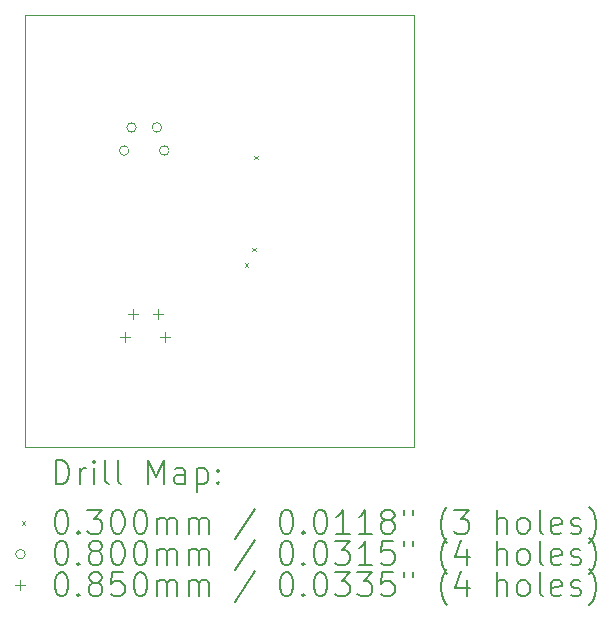
<source format=gbr>
<<<<<<< HEAD
%TF.GenerationSoftware,KiCad,Pcbnew,9.0.4*%
%TF.CreationDate,2025-10-29T22:07:29-04:00*%
=======
%TF.GenerationSoftware,KiCad,Pcbnew,9.0.5*%
%TF.CreationDate,2025-10-27T21:44:14-04:00*%
>>>>>>> 94e9d9a2ab222a4b9b90d4e70c500494e664c6e2
%TF.ProjectId,main_board_peripheral_v1,6d61696e-5f62-46f6-9172-645f70657269,rev?*%
%TF.SameCoordinates,Original*%
%TF.FileFunction,Drillmap*%
%TF.FilePolarity,Positive*%
%FSLAX45Y45*%
G04 Gerber Fmt 4.5, Leading zero omitted, Abs format (unit mm)*
<<<<<<< HEAD
G04 Created by KiCad (PCBNEW 9.0.4) date 2025-10-29 22:07:29*
=======
G04 Created by KiCad (PCBNEW 9.0.5) date 2025-10-27 21:44:14*
>>>>>>> 94e9d9a2ab222a4b9b90d4e70c500494e664c6e2
%MOMM*%
%LPD*%
G01*
G04 APERTURE LIST*
%ADD10C,0.050000*%
%ADD11C,0.200000*%
%ADD12C,0.100000*%
G04 APERTURE END LIST*
D10*
X10527500Y-5472500D02*
X13817500Y-5472500D01*
X13817500Y-9132500D01*
X10527500Y-9132500D01*
X10527500Y-5472500D01*
D11*
D12*
X12383750Y-7578750D02*
X12413750Y-7608750D01*
X12413750Y-7578750D02*
X12383750Y-7608750D01*
X12445000Y-7445000D02*
X12475000Y-7475000D01*
X12475000Y-7445000D02*
X12445000Y-7475000D01*
X12465000Y-6665000D02*
X12495000Y-6695000D01*
X12495000Y-6665000D02*
X12465000Y-6695000D01*
X11402500Y-6622500D02*
G75*
G02*
X11322500Y-6622500I-40000J0D01*
G01*
X11322500Y-6622500D02*
G75*
G02*
X11402500Y-6622500I40000J0D01*
G01*
X11465000Y-6427500D02*
G75*
G02*
X11385000Y-6427500I-40000J0D01*
G01*
X11385000Y-6427500D02*
G75*
G02*
X11465000Y-6427500I40000J0D01*
G01*
X11680000Y-6427500D02*
G75*
G02*
X11600000Y-6427500I-40000J0D01*
G01*
X11600000Y-6427500D02*
G75*
G02*
X11680000Y-6427500I40000J0D01*
G01*
X11742500Y-6622500D02*
G75*
G02*
X11662500Y-6622500I-40000J0D01*
G01*
X11662500Y-6622500D02*
G75*
G02*
X11742500Y-6622500I40000J0D01*
G01*
X11372500Y-8162500D02*
X11372500Y-8247500D01*
X11330000Y-8205000D02*
X11415000Y-8205000D01*
X11435000Y-7967500D02*
X11435000Y-8052500D01*
X11392500Y-8010000D02*
X11477500Y-8010000D01*
X11650000Y-7967500D02*
X11650000Y-8052500D01*
X11607500Y-8010000D02*
X11692500Y-8010000D01*
X11712500Y-8162500D02*
X11712500Y-8247500D01*
X11670000Y-8205000D02*
X11755000Y-8205000D01*
D11*
X10785777Y-9446484D02*
X10785777Y-9246484D01*
X10785777Y-9246484D02*
X10833396Y-9246484D01*
X10833396Y-9246484D02*
X10861967Y-9256008D01*
X10861967Y-9256008D02*
X10881015Y-9275055D01*
X10881015Y-9275055D02*
X10890539Y-9294103D01*
X10890539Y-9294103D02*
X10900063Y-9332198D01*
X10900063Y-9332198D02*
X10900063Y-9360770D01*
X10900063Y-9360770D02*
X10890539Y-9398865D01*
X10890539Y-9398865D02*
X10881015Y-9417912D01*
X10881015Y-9417912D02*
X10861967Y-9436960D01*
X10861967Y-9436960D02*
X10833396Y-9446484D01*
X10833396Y-9446484D02*
X10785777Y-9446484D01*
X10985777Y-9446484D02*
X10985777Y-9313150D01*
X10985777Y-9351246D02*
X10995301Y-9332198D01*
X10995301Y-9332198D02*
X11004824Y-9322674D01*
X11004824Y-9322674D02*
X11023872Y-9313150D01*
X11023872Y-9313150D02*
X11042920Y-9313150D01*
X11109586Y-9446484D02*
X11109586Y-9313150D01*
X11109586Y-9246484D02*
X11100063Y-9256008D01*
X11100063Y-9256008D02*
X11109586Y-9265531D01*
X11109586Y-9265531D02*
X11119110Y-9256008D01*
X11119110Y-9256008D02*
X11109586Y-9246484D01*
X11109586Y-9246484D02*
X11109586Y-9265531D01*
X11233396Y-9446484D02*
X11214348Y-9436960D01*
X11214348Y-9436960D02*
X11204824Y-9417912D01*
X11204824Y-9417912D02*
X11204824Y-9246484D01*
X11338158Y-9446484D02*
X11319110Y-9436960D01*
X11319110Y-9436960D02*
X11309586Y-9417912D01*
X11309586Y-9417912D02*
X11309586Y-9246484D01*
X11566729Y-9446484D02*
X11566729Y-9246484D01*
X11566729Y-9246484D02*
X11633396Y-9389341D01*
X11633396Y-9389341D02*
X11700062Y-9246484D01*
X11700062Y-9246484D02*
X11700062Y-9446484D01*
X11881015Y-9446484D02*
X11881015Y-9341722D01*
X11881015Y-9341722D02*
X11871491Y-9322674D01*
X11871491Y-9322674D02*
X11852443Y-9313150D01*
X11852443Y-9313150D02*
X11814348Y-9313150D01*
X11814348Y-9313150D02*
X11795301Y-9322674D01*
X11881015Y-9436960D02*
X11861967Y-9446484D01*
X11861967Y-9446484D02*
X11814348Y-9446484D01*
X11814348Y-9446484D02*
X11795301Y-9436960D01*
X11795301Y-9436960D02*
X11785777Y-9417912D01*
X11785777Y-9417912D02*
X11785777Y-9398865D01*
X11785777Y-9398865D02*
X11795301Y-9379817D01*
X11795301Y-9379817D02*
X11814348Y-9370293D01*
X11814348Y-9370293D02*
X11861967Y-9370293D01*
X11861967Y-9370293D02*
X11881015Y-9360770D01*
X11976253Y-9313150D02*
X11976253Y-9513150D01*
X11976253Y-9322674D02*
X11995301Y-9313150D01*
X11995301Y-9313150D02*
X12033396Y-9313150D01*
X12033396Y-9313150D02*
X12052443Y-9322674D01*
X12052443Y-9322674D02*
X12061967Y-9332198D01*
X12061967Y-9332198D02*
X12071491Y-9351246D01*
X12071491Y-9351246D02*
X12071491Y-9408389D01*
X12071491Y-9408389D02*
X12061967Y-9427436D01*
X12061967Y-9427436D02*
X12052443Y-9436960D01*
X12052443Y-9436960D02*
X12033396Y-9446484D01*
X12033396Y-9446484D02*
X11995301Y-9446484D01*
X11995301Y-9446484D02*
X11976253Y-9436960D01*
X12157205Y-9427436D02*
X12166729Y-9436960D01*
X12166729Y-9436960D02*
X12157205Y-9446484D01*
X12157205Y-9446484D02*
X12147682Y-9436960D01*
X12147682Y-9436960D02*
X12157205Y-9427436D01*
X12157205Y-9427436D02*
X12157205Y-9446484D01*
X12157205Y-9322674D02*
X12166729Y-9332198D01*
X12166729Y-9332198D02*
X12157205Y-9341722D01*
X12157205Y-9341722D02*
X12147682Y-9332198D01*
X12147682Y-9332198D02*
X12157205Y-9322674D01*
X12157205Y-9322674D02*
X12157205Y-9341722D01*
D12*
X10495000Y-9760000D02*
X10525000Y-9790000D01*
X10525000Y-9760000D02*
X10495000Y-9790000D01*
D11*
X10823872Y-9666484D02*
X10842920Y-9666484D01*
X10842920Y-9666484D02*
X10861967Y-9676008D01*
X10861967Y-9676008D02*
X10871491Y-9685531D01*
X10871491Y-9685531D02*
X10881015Y-9704579D01*
X10881015Y-9704579D02*
X10890539Y-9742674D01*
X10890539Y-9742674D02*
X10890539Y-9790293D01*
X10890539Y-9790293D02*
X10881015Y-9828389D01*
X10881015Y-9828389D02*
X10871491Y-9847436D01*
X10871491Y-9847436D02*
X10861967Y-9856960D01*
X10861967Y-9856960D02*
X10842920Y-9866484D01*
X10842920Y-9866484D02*
X10823872Y-9866484D01*
X10823872Y-9866484D02*
X10804824Y-9856960D01*
X10804824Y-9856960D02*
X10795301Y-9847436D01*
X10795301Y-9847436D02*
X10785777Y-9828389D01*
X10785777Y-9828389D02*
X10776253Y-9790293D01*
X10776253Y-9790293D02*
X10776253Y-9742674D01*
X10776253Y-9742674D02*
X10785777Y-9704579D01*
X10785777Y-9704579D02*
X10795301Y-9685531D01*
X10795301Y-9685531D02*
X10804824Y-9676008D01*
X10804824Y-9676008D02*
X10823872Y-9666484D01*
X10976253Y-9847436D02*
X10985777Y-9856960D01*
X10985777Y-9856960D02*
X10976253Y-9866484D01*
X10976253Y-9866484D02*
X10966729Y-9856960D01*
X10966729Y-9856960D02*
X10976253Y-9847436D01*
X10976253Y-9847436D02*
X10976253Y-9866484D01*
X11052444Y-9666484D02*
X11176253Y-9666484D01*
X11176253Y-9666484D02*
X11109586Y-9742674D01*
X11109586Y-9742674D02*
X11138158Y-9742674D01*
X11138158Y-9742674D02*
X11157205Y-9752198D01*
X11157205Y-9752198D02*
X11166729Y-9761722D01*
X11166729Y-9761722D02*
X11176253Y-9780770D01*
X11176253Y-9780770D02*
X11176253Y-9828389D01*
X11176253Y-9828389D02*
X11166729Y-9847436D01*
X11166729Y-9847436D02*
X11157205Y-9856960D01*
X11157205Y-9856960D02*
X11138158Y-9866484D01*
X11138158Y-9866484D02*
X11081015Y-9866484D01*
X11081015Y-9866484D02*
X11061967Y-9856960D01*
X11061967Y-9856960D02*
X11052444Y-9847436D01*
X11300062Y-9666484D02*
X11319110Y-9666484D01*
X11319110Y-9666484D02*
X11338158Y-9676008D01*
X11338158Y-9676008D02*
X11347682Y-9685531D01*
X11347682Y-9685531D02*
X11357205Y-9704579D01*
X11357205Y-9704579D02*
X11366729Y-9742674D01*
X11366729Y-9742674D02*
X11366729Y-9790293D01*
X11366729Y-9790293D02*
X11357205Y-9828389D01*
X11357205Y-9828389D02*
X11347682Y-9847436D01*
X11347682Y-9847436D02*
X11338158Y-9856960D01*
X11338158Y-9856960D02*
X11319110Y-9866484D01*
X11319110Y-9866484D02*
X11300062Y-9866484D01*
X11300062Y-9866484D02*
X11281015Y-9856960D01*
X11281015Y-9856960D02*
X11271491Y-9847436D01*
X11271491Y-9847436D02*
X11261967Y-9828389D01*
X11261967Y-9828389D02*
X11252443Y-9790293D01*
X11252443Y-9790293D02*
X11252443Y-9742674D01*
X11252443Y-9742674D02*
X11261967Y-9704579D01*
X11261967Y-9704579D02*
X11271491Y-9685531D01*
X11271491Y-9685531D02*
X11281015Y-9676008D01*
X11281015Y-9676008D02*
X11300062Y-9666484D01*
X11490539Y-9666484D02*
X11509586Y-9666484D01*
X11509586Y-9666484D02*
X11528634Y-9676008D01*
X11528634Y-9676008D02*
X11538158Y-9685531D01*
X11538158Y-9685531D02*
X11547682Y-9704579D01*
X11547682Y-9704579D02*
X11557205Y-9742674D01*
X11557205Y-9742674D02*
X11557205Y-9790293D01*
X11557205Y-9790293D02*
X11547682Y-9828389D01*
X11547682Y-9828389D02*
X11538158Y-9847436D01*
X11538158Y-9847436D02*
X11528634Y-9856960D01*
X11528634Y-9856960D02*
X11509586Y-9866484D01*
X11509586Y-9866484D02*
X11490539Y-9866484D01*
X11490539Y-9866484D02*
X11471491Y-9856960D01*
X11471491Y-9856960D02*
X11461967Y-9847436D01*
X11461967Y-9847436D02*
X11452443Y-9828389D01*
X11452443Y-9828389D02*
X11442920Y-9790293D01*
X11442920Y-9790293D02*
X11442920Y-9742674D01*
X11442920Y-9742674D02*
X11452443Y-9704579D01*
X11452443Y-9704579D02*
X11461967Y-9685531D01*
X11461967Y-9685531D02*
X11471491Y-9676008D01*
X11471491Y-9676008D02*
X11490539Y-9666484D01*
X11642920Y-9866484D02*
X11642920Y-9733150D01*
X11642920Y-9752198D02*
X11652443Y-9742674D01*
X11652443Y-9742674D02*
X11671491Y-9733150D01*
X11671491Y-9733150D02*
X11700063Y-9733150D01*
X11700063Y-9733150D02*
X11719110Y-9742674D01*
X11719110Y-9742674D02*
X11728634Y-9761722D01*
X11728634Y-9761722D02*
X11728634Y-9866484D01*
X11728634Y-9761722D02*
X11738158Y-9742674D01*
X11738158Y-9742674D02*
X11757205Y-9733150D01*
X11757205Y-9733150D02*
X11785777Y-9733150D01*
X11785777Y-9733150D02*
X11804824Y-9742674D01*
X11804824Y-9742674D02*
X11814348Y-9761722D01*
X11814348Y-9761722D02*
X11814348Y-9866484D01*
X11909586Y-9866484D02*
X11909586Y-9733150D01*
X11909586Y-9752198D02*
X11919110Y-9742674D01*
X11919110Y-9742674D02*
X11938158Y-9733150D01*
X11938158Y-9733150D02*
X11966729Y-9733150D01*
X11966729Y-9733150D02*
X11985777Y-9742674D01*
X11985777Y-9742674D02*
X11995301Y-9761722D01*
X11995301Y-9761722D02*
X11995301Y-9866484D01*
X11995301Y-9761722D02*
X12004824Y-9742674D01*
X12004824Y-9742674D02*
X12023872Y-9733150D01*
X12023872Y-9733150D02*
X12052443Y-9733150D01*
X12052443Y-9733150D02*
X12071491Y-9742674D01*
X12071491Y-9742674D02*
X12081015Y-9761722D01*
X12081015Y-9761722D02*
X12081015Y-9866484D01*
X12471491Y-9656960D02*
X12300063Y-9914103D01*
X12728634Y-9666484D02*
X12747682Y-9666484D01*
X12747682Y-9666484D02*
X12766729Y-9676008D01*
X12766729Y-9676008D02*
X12776253Y-9685531D01*
X12776253Y-9685531D02*
X12785777Y-9704579D01*
X12785777Y-9704579D02*
X12795301Y-9742674D01*
X12795301Y-9742674D02*
X12795301Y-9790293D01*
X12795301Y-9790293D02*
X12785777Y-9828389D01*
X12785777Y-9828389D02*
X12776253Y-9847436D01*
X12776253Y-9847436D02*
X12766729Y-9856960D01*
X12766729Y-9856960D02*
X12747682Y-9866484D01*
X12747682Y-9866484D02*
X12728634Y-9866484D01*
X12728634Y-9866484D02*
X12709586Y-9856960D01*
X12709586Y-9856960D02*
X12700063Y-9847436D01*
X12700063Y-9847436D02*
X12690539Y-9828389D01*
X12690539Y-9828389D02*
X12681015Y-9790293D01*
X12681015Y-9790293D02*
X12681015Y-9742674D01*
X12681015Y-9742674D02*
X12690539Y-9704579D01*
X12690539Y-9704579D02*
X12700063Y-9685531D01*
X12700063Y-9685531D02*
X12709586Y-9676008D01*
X12709586Y-9676008D02*
X12728634Y-9666484D01*
X12881015Y-9847436D02*
X12890539Y-9856960D01*
X12890539Y-9856960D02*
X12881015Y-9866484D01*
X12881015Y-9866484D02*
X12871491Y-9856960D01*
X12871491Y-9856960D02*
X12881015Y-9847436D01*
X12881015Y-9847436D02*
X12881015Y-9866484D01*
X13014348Y-9666484D02*
X13033396Y-9666484D01*
X13033396Y-9666484D02*
X13052444Y-9676008D01*
X13052444Y-9676008D02*
X13061967Y-9685531D01*
X13061967Y-9685531D02*
X13071491Y-9704579D01*
X13071491Y-9704579D02*
X13081015Y-9742674D01*
X13081015Y-9742674D02*
X13081015Y-9790293D01*
X13081015Y-9790293D02*
X13071491Y-9828389D01*
X13071491Y-9828389D02*
X13061967Y-9847436D01*
X13061967Y-9847436D02*
X13052444Y-9856960D01*
X13052444Y-9856960D02*
X13033396Y-9866484D01*
X13033396Y-9866484D02*
X13014348Y-9866484D01*
X13014348Y-9866484D02*
X12995301Y-9856960D01*
X12995301Y-9856960D02*
X12985777Y-9847436D01*
X12985777Y-9847436D02*
X12976253Y-9828389D01*
X12976253Y-9828389D02*
X12966729Y-9790293D01*
X12966729Y-9790293D02*
X12966729Y-9742674D01*
X12966729Y-9742674D02*
X12976253Y-9704579D01*
X12976253Y-9704579D02*
X12985777Y-9685531D01*
X12985777Y-9685531D02*
X12995301Y-9676008D01*
X12995301Y-9676008D02*
X13014348Y-9666484D01*
X13271491Y-9866484D02*
X13157206Y-9866484D01*
X13214348Y-9866484D02*
X13214348Y-9666484D01*
X13214348Y-9666484D02*
X13195301Y-9695055D01*
X13195301Y-9695055D02*
X13176253Y-9714103D01*
X13176253Y-9714103D02*
X13157206Y-9723627D01*
X13461967Y-9866484D02*
X13347682Y-9866484D01*
X13404825Y-9866484D02*
X13404825Y-9666484D01*
X13404825Y-9666484D02*
X13385777Y-9695055D01*
X13385777Y-9695055D02*
X13366729Y-9714103D01*
X13366729Y-9714103D02*
X13347682Y-9723627D01*
X13576253Y-9752198D02*
X13557206Y-9742674D01*
X13557206Y-9742674D02*
X13547682Y-9733150D01*
X13547682Y-9733150D02*
X13538158Y-9714103D01*
X13538158Y-9714103D02*
X13538158Y-9704579D01*
X13538158Y-9704579D02*
X13547682Y-9685531D01*
X13547682Y-9685531D02*
X13557206Y-9676008D01*
X13557206Y-9676008D02*
X13576253Y-9666484D01*
X13576253Y-9666484D02*
X13614348Y-9666484D01*
X13614348Y-9666484D02*
X13633396Y-9676008D01*
X13633396Y-9676008D02*
X13642920Y-9685531D01*
X13642920Y-9685531D02*
X13652444Y-9704579D01*
X13652444Y-9704579D02*
X13652444Y-9714103D01*
X13652444Y-9714103D02*
X13642920Y-9733150D01*
X13642920Y-9733150D02*
X13633396Y-9742674D01*
X13633396Y-9742674D02*
X13614348Y-9752198D01*
X13614348Y-9752198D02*
X13576253Y-9752198D01*
X13576253Y-9752198D02*
X13557206Y-9761722D01*
X13557206Y-9761722D02*
X13547682Y-9771246D01*
X13547682Y-9771246D02*
X13538158Y-9790293D01*
X13538158Y-9790293D02*
X13538158Y-9828389D01*
X13538158Y-9828389D02*
X13547682Y-9847436D01*
X13547682Y-9847436D02*
X13557206Y-9856960D01*
X13557206Y-9856960D02*
X13576253Y-9866484D01*
X13576253Y-9866484D02*
X13614348Y-9866484D01*
X13614348Y-9866484D02*
X13633396Y-9856960D01*
X13633396Y-9856960D02*
X13642920Y-9847436D01*
X13642920Y-9847436D02*
X13652444Y-9828389D01*
X13652444Y-9828389D02*
X13652444Y-9790293D01*
X13652444Y-9790293D02*
X13642920Y-9771246D01*
X13642920Y-9771246D02*
X13633396Y-9761722D01*
X13633396Y-9761722D02*
X13614348Y-9752198D01*
X13728634Y-9666484D02*
X13728634Y-9704579D01*
X13804825Y-9666484D02*
X13804825Y-9704579D01*
X14100063Y-9942674D02*
X14090539Y-9933150D01*
X14090539Y-9933150D02*
X14071491Y-9904579D01*
X14071491Y-9904579D02*
X14061968Y-9885531D01*
X14061968Y-9885531D02*
X14052444Y-9856960D01*
X14052444Y-9856960D02*
X14042920Y-9809341D01*
X14042920Y-9809341D02*
X14042920Y-9771246D01*
X14042920Y-9771246D02*
X14052444Y-9723627D01*
X14052444Y-9723627D02*
X14061968Y-9695055D01*
X14061968Y-9695055D02*
X14071491Y-9676008D01*
X14071491Y-9676008D02*
X14090539Y-9647436D01*
X14090539Y-9647436D02*
X14100063Y-9637912D01*
X14157206Y-9666484D02*
X14281015Y-9666484D01*
X14281015Y-9666484D02*
X14214348Y-9742674D01*
X14214348Y-9742674D02*
X14242920Y-9742674D01*
X14242920Y-9742674D02*
X14261968Y-9752198D01*
X14261968Y-9752198D02*
X14271491Y-9761722D01*
X14271491Y-9761722D02*
X14281015Y-9780770D01*
X14281015Y-9780770D02*
X14281015Y-9828389D01*
X14281015Y-9828389D02*
X14271491Y-9847436D01*
X14271491Y-9847436D02*
X14261968Y-9856960D01*
X14261968Y-9856960D02*
X14242920Y-9866484D01*
X14242920Y-9866484D02*
X14185777Y-9866484D01*
X14185777Y-9866484D02*
X14166729Y-9856960D01*
X14166729Y-9856960D02*
X14157206Y-9847436D01*
X14519110Y-9866484D02*
X14519110Y-9666484D01*
X14604825Y-9866484D02*
X14604825Y-9761722D01*
X14604825Y-9761722D02*
X14595301Y-9742674D01*
X14595301Y-9742674D02*
X14576253Y-9733150D01*
X14576253Y-9733150D02*
X14547682Y-9733150D01*
X14547682Y-9733150D02*
X14528634Y-9742674D01*
X14528634Y-9742674D02*
X14519110Y-9752198D01*
X14728634Y-9866484D02*
X14709587Y-9856960D01*
X14709587Y-9856960D02*
X14700063Y-9847436D01*
X14700063Y-9847436D02*
X14690539Y-9828389D01*
X14690539Y-9828389D02*
X14690539Y-9771246D01*
X14690539Y-9771246D02*
X14700063Y-9752198D01*
X14700063Y-9752198D02*
X14709587Y-9742674D01*
X14709587Y-9742674D02*
X14728634Y-9733150D01*
X14728634Y-9733150D02*
X14757206Y-9733150D01*
X14757206Y-9733150D02*
X14776253Y-9742674D01*
X14776253Y-9742674D02*
X14785777Y-9752198D01*
X14785777Y-9752198D02*
X14795301Y-9771246D01*
X14795301Y-9771246D02*
X14795301Y-9828389D01*
X14795301Y-9828389D02*
X14785777Y-9847436D01*
X14785777Y-9847436D02*
X14776253Y-9856960D01*
X14776253Y-9856960D02*
X14757206Y-9866484D01*
X14757206Y-9866484D02*
X14728634Y-9866484D01*
X14909587Y-9866484D02*
X14890539Y-9856960D01*
X14890539Y-9856960D02*
X14881015Y-9837912D01*
X14881015Y-9837912D02*
X14881015Y-9666484D01*
X15061968Y-9856960D02*
X15042920Y-9866484D01*
X15042920Y-9866484D02*
X15004825Y-9866484D01*
X15004825Y-9866484D02*
X14985777Y-9856960D01*
X14985777Y-9856960D02*
X14976253Y-9837912D01*
X14976253Y-9837912D02*
X14976253Y-9761722D01*
X14976253Y-9761722D02*
X14985777Y-9742674D01*
X14985777Y-9742674D02*
X15004825Y-9733150D01*
X15004825Y-9733150D02*
X15042920Y-9733150D01*
X15042920Y-9733150D02*
X15061968Y-9742674D01*
X15061968Y-9742674D02*
X15071491Y-9761722D01*
X15071491Y-9761722D02*
X15071491Y-9780770D01*
X15071491Y-9780770D02*
X14976253Y-9799817D01*
X15147682Y-9856960D02*
X15166730Y-9866484D01*
X15166730Y-9866484D02*
X15204825Y-9866484D01*
X15204825Y-9866484D02*
X15223872Y-9856960D01*
X15223872Y-9856960D02*
X15233396Y-9837912D01*
X15233396Y-9837912D02*
X15233396Y-9828389D01*
X15233396Y-9828389D02*
X15223872Y-9809341D01*
X15223872Y-9809341D02*
X15204825Y-9799817D01*
X15204825Y-9799817D02*
X15176253Y-9799817D01*
X15176253Y-9799817D02*
X15157206Y-9790293D01*
X15157206Y-9790293D02*
X15147682Y-9771246D01*
X15147682Y-9771246D02*
X15147682Y-9761722D01*
X15147682Y-9761722D02*
X15157206Y-9742674D01*
X15157206Y-9742674D02*
X15176253Y-9733150D01*
X15176253Y-9733150D02*
X15204825Y-9733150D01*
X15204825Y-9733150D02*
X15223872Y-9742674D01*
X15300063Y-9942674D02*
X15309587Y-9933150D01*
X15309587Y-9933150D02*
X15328634Y-9904579D01*
X15328634Y-9904579D02*
X15338158Y-9885531D01*
X15338158Y-9885531D02*
X15347682Y-9856960D01*
X15347682Y-9856960D02*
X15357206Y-9809341D01*
X15357206Y-9809341D02*
X15357206Y-9771246D01*
X15357206Y-9771246D02*
X15347682Y-9723627D01*
X15347682Y-9723627D02*
X15338158Y-9695055D01*
X15338158Y-9695055D02*
X15328634Y-9676008D01*
X15328634Y-9676008D02*
X15309587Y-9647436D01*
X15309587Y-9647436D02*
X15300063Y-9637912D01*
D12*
X10525000Y-10039000D02*
G75*
G02*
X10445000Y-10039000I-40000J0D01*
G01*
X10445000Y-10039000D02*
G75*
G02*
X10525000Y-10039000I40000J0D01*
G01*
D11*
X10823872Y-9930484D02*
X10842920Y-9930484D01*
X10842920Y-9930484D02*
X10861967Y-9940008D01*
X10861967Y-9940008D02*
X10871491Y-9949531D01*
X10871491Y-9949531D02*
X10881015Y-9968579D01*
X10881015Y-9968579D02*
X10890539Y-10006674D01*
X10890539Y-10006674D02*
X10890539Y-10054293D01*
X10890539Y-10054293D02*
X10881015Y-10092389D01*
X10881015Y-10092389D02*
X10871491Y-10111436D01*
X10871491Y-10111436D02*
X10861967Y-10120960D01*
X10861967Y-10120960D02*
X10842920Y-10130484D01*
X10842920Y-10130484D02*
X10823872Y-10130484D01*
X10823872Y-10130484D02*
X10804824Y-10120960D01*
X10804824Y-10120960D02*
X10795301Y-10111436D01*
X10795301Y-10111436D02*
X10785777Y-10092389D01*
X10785777Y-10092389D02*
X10776253Y-10054293D01*
X10776253Y-10054293D02*
X10776253Y-10006674D01*
X10776253Y-10006674D02*
X10785777Y-9968579D01*
X10785777Y-9968579D02*
X10795301Y-9949531D01*
X10795301Y-9949531D02*
X10804824Y-9940008D01*
X10804824Y-9940008D02*
X10823872Y-9930484D01*
X10976253Y-10111436D02*
X10985777Y-10120960D01*
X10985777Y-10120960D02*
X10976253Y-10130484D01*
X10976253Y-10130484D02*
X10966729Y-10120960D01*
X10966729Y-10120960D02*
X10976253Y-10111436D01*
X10976253Y-10111436D02*
X10976253Y-10130484D01*
X11100063Y-10016198D02*
X11081015Y-10006674D01*
X11081015Y-10006674D02*
X11071491Y-9997150D01*
X11071491Y-9997150D02*
X11061967Y-9978103D01*
X11061967Y-9978103D02*
X11061967Y-9968579D01*
X11061967Y-9968579D02*
X11071491Y-9949531D01*
X11071491Y-9949531D02*
X11081015Y-9940008D01*
X11081015Y-9940008D02*
X11100063Y-9930484D01*
X11100063Y-9930484D02*
X11138158Y-9930484D01*
X11138158Y-9930484D02*
X11157205Y-9940008D01*
X11157205Y-9940008D02*
X11166729Y-9949531D01*
X11166729Y-9949531D02*
X11176253Y-9968579D01*
X11176253Y-9968579D02*
X11176253Y-9978103D01*
X11176253Y-9978103D02*
X11166729Y-9997150D01*
X11166729Y-9997150D02*
X11157205Y-10006674D01*
X11157205Y-10006674D02*
X11138158Y-10016198D01*
X11138158Y-10016198D02*
X11100063Y-10016198D01*
X11100063Y-10016198D02*
X11081015Y-10025722D01*
X11081015Y-10025722D02*
X11071491Y-10035246D01*
X11071491Y-10035246D02*
X11061967Y-10054293D01*
X11061967Y-10054293D02*
X11061967Y-10092389D01*
X11061967Y-10092389D02*
X11071491Y-10111436D01*
X11071491Y-10111436D02*
X11081015Y-10120960D01*
X11081015Y-10120960D02*
X11100063Y-10130484D01*
X11100063Y-10130484D02*
X11138158Y-10130484D01*
X11138158Y-10130484D02*
X11157205Y-10120960D01*
X11157205Y-10120960D02*
X11166729Y-10111436D01*
X11166729Y-10111436D02*
X11176253Y-10092389D01*
X11176253Y-10092389D02*
X11176253Y-10054293D01*
X11176253Y-10054293D02*
X11166729Y-10035246D01*
X11166729Y-10035246D02*
X11157205Y-10025722D01*
X11157205Y-10025722D02*
X11138158Y-10016198D01*
X11300062Y-9930484D02*
X11319110Y-9930484D01*
X11319110Y-9930484D02*
X11338158Y-9940008D01*
X11338158Y-9940008D02*
X11347682Y-9949531D01*
X11347682Y-9949531D02*
X11357205Y-9968579D01*
X11357205Y-9968579D02*
X11366729Y-10006674D01*
X11366729Y-10006674D02*
X11366729Y-10054293D01*
X11366729Y-10054293D02*
X11357205Y-10092389D01*
X11357205Y-10092389D02*
X11347682Y-10111436D01*
X11347682Y-10111436D02*
X11338158Y-10120960D01*
X11338158Y-10120960D02*
X11319110Y-10130484D01*
X11319110Y-10130484D02*
X11300062Y-10130484D01*
X11300062Y-10130484D02*
X11281015Y-10120960D01*
X11281015Y-10120960D02*
X11271491Y-10111436D01*
X11271491Y-10111436D02*
X11261967Y-10092389D01*
X11261967Y-10092389D02*
X11252443Y-10054293D01*
X11252443Y-10054293D02*
X11252443Y-10006674D01*
X11252443Y-10006674D02*
X11261967Y-9968579D01*
X11261967Y-9968579D02*
X11271491Y-9949531D01*
X11271491Y-9949531D02*
X11281015Y-9940008D01*
X11281015Y-9940008D02*
X11300062Y-9930484D01*
X11490539Y-9930484D02*
X11509586Y-9930484D01*
X11509586Y-9930484D02*
X11528634Y-9940008D01*
X11528634Y-9940008D02*
X11538158Y-9949531D01*
X11538158Y-9949531D02*
X11547682Y-9968579D01*
X11547682Y-9968579D02*
X11557205Y-10006674D01*
X11557205Y-10006674D02*
X11557205Y-10054293D01*
X11557205Y-10054293D02*
X11547682Y-10092389D01*
X11547682Y-10092389D02*
X11538158Y-10111436D01*
X11538158Y-10111436D02*
X11528634Y-10120960D01*
X11528634Y-10120960D02*
X11509586Y-10130484D01*
X11509586Y-10130484D02*
X11490539Y-10130484D01*
X11490539Y-10130484D02*
X11471491Y-10120960D01*
X11471491Y-10120960D02*
X11461967Y-10111436D01*
X11461967Y-10111436D02*
X11452443Y-10092389D01*
X11452443Y-10092389D02*
X11442920Y-10054293D01*
X11442920Y-10054293D02*
X11442920Y-10006674D01*
X11442920Y-10006674D02*
X11452443Y-9968579D01*
X11452443Y-9968579D02*
X11461967Y-9949531D01*
X11461967Y-9949531D02*
X11471491Y-9940008D01*
X11471491Y-9940008D02*
X11490539Y-9930484D01*
X11642920Y-10130484D02*
X11642920Y-9997150D01*
X11642920Y-10016198D02*
X11652443Y-10006674D01*
X11652443Y-10006674D02*
X11671491Y-9997150D01*
X11671491Y-9997150D02*
X11700063Y-9997150D01*
X11700063Y-9997150D02*
X11719110Y-10006674D01*
X11719110Y-10006674D02*
X11728634Y-10025722D01*
X11728634Y-10025722D02*
X11728634Y-10130484D01*
X11728634Y-10025722D02*
X11738158Y-10006674D01*
X11738158Y-10006674D02*
X11757205Y-9997150D01*
X11757205Y-9997150D02*
X11785777Y-9997150D01*
X11785777Y-9997150D02*
X11804824Y-10006674D01*
X11804824Y-10006674D02*
X11814348Y-10025722D01*
X11814348Y-10025722D02*
X11814348Y-10130484D01*
X11909586Y-10130484D02*
X11909586Y-9997150D01*
X11909586Y-10016198D02*
X11919110Y-10006674D01*
X11919110Y-10006674D02*
X11938158Y-9997150D01*
X11938158Y-9997150D02*
X11966729Y-9997150D01*
X11966729Y-9997150D02*
X11985777Y-10006674D01*
X11985777Y-10006674D02*
X11995301Y-10025722D01*
X11995301Y-10025722D02*
X11995301Y-10130484D01*
X11995301Y-10025722D02*
X12004824Y-10006674D01*
X12004824Y-10006674D02*
X12023872Y-9997150D01*
X12023872Y-9997150D02*
X12052443Y-9997150D01*
X12052443Y-9997150D02*
X12071491Y-10006674D01*
X12071491Y-10006674D02*
X12081015Y-10025722D01*
X12081015Y-10025722D02*
X12081015Y-10130484D01*
X12471491Y-9920960D02*
X12300063Y-10178103D01*
X12728634Y-9930484D02*
X12747682Y-9930484D01*
X12747682Y-9930484D02*
X12766729Y-9940008D01*
X12766729Y-9940008D02*
X12776253Y-9949531D01*
X12776253Y-9949531D02*
X12785777Y-9968579D01*
X12785777Y-9968579D02*
X12795301Y-10006674D01*
X12795301Y-10006674D02*
X12795301Y-10054293D01*
X12795301Y-10054293D02*
X12785777Y-10092389D01*
X12785777Y-10092389D02*
X12776253Y-10111436D01*
X12776253Y-10111436D02*
X12766729Y-10120960D01*
X12766729Y-10120960D02*
X12747682Y-10130484D01*
X12747682Y-10130484D02*
X12728634Y-10130484D01*
X12728634Y-10130484D02*
X12709586Y-10120960D01*
X12709586Y-10120960D02*
X12700063Y-10111436D01*
X12700063Y-10111436D02*
X12690539Y-10092389D01*
X12690539Y-10092389D02*
X12681015Y-10054293D01*
X12681015Y-10054293D02*
X12681015Y-10006674D01*
X12681015Y-10006674D02*
X12690539Y-9968579D01*
X12690539Y-9968579D02*
X12700063Y-9949531D01*
X12700063Y-9949531D02*
X12709586Y-9940008D01*
X12709586Y-9940008D02*
X12728634Y-9930484D01*
X12881015Y-10111436D02*
X12890539Y-10120960D01*
X12890539Y-10120960D02*
X12881015Y-10130484D01*
X12881015Y-10130484D02*
X12871491Y-10120960D01*
X12871491Y-10120960D02*
X12881015Y-10111436D01*
X12881015Y-10111436D02*
X12881015Y-10130484D01*
X13014348Y-9930484D02*
X13033396Y-9930484D01*
X13033396Y-9930484D02*
X13052444Y-9940008D01*
X13052444Y-9940008D02*
X13061967Y-9949531D01*
X13061967Y-9949531D02*
X13071491Y-9968579D01*
X13071491Y-9968579D02*
X13081015Y-10006674D01*
X13081015Y-10006674D02*
X13081015Y-10054293D01*
X13081015Y-10054293D02*
X13071491Y-10092389D01*
X13071491Y-10092389D02*
X13061967Y-10111436D01*
X13061967Y-10111436D02*
X13052444Y-10120960D01*
X13052444Y-10120960D02*
X13033396Y-10130484D01*
X13033396Y-10130484D02*
X13014348Y-10130484D01*
X13014348Y-10130484D02*
X12995301Y-10120960D01*
X12995301Y-10120960D02*
X12985777Y-10111436D01*
X12985777Y-10111436D02*
X12976253Y-10092389D01*
X12976253Y-10092389D02*
X12966729Y-10054293D01*
X12966729Y-10054293D02*
X12966729Y-10006674D01*
X12966729Y-10006674D02*
X12976253Y-9968579D01*
X12976253Y-9968579D02*
X12985777Y-9949531D01*
X12985777Y-9949531D02*
X12995301Y-9940008D01*
X12995301Y-9940008D02*
X13014348Y-9930484D01*
X13147682Y-9930484D02*
X13271491Y-9930484D01*
X13271491Y-9930484D02*
X13204825Y-10006674D01*
X13204825Y-10006674D02*
X13233396Y-10006674D01*
X13233396Y-10006674D02*
X13252444Y-10016198D01*
X13252444Y-10016198D02*
X13261967Y-10025722D01*
X13261967Y-10025722D02*
X13271491Y-10044770D01*
X13271491Y-10044770D02*
X13271491Y-10092389D01*
X13271491Y-10092389D02*
X13261967Y-10111436D01*
X13261967Y-10111436D02*
X13252444Y-10120960D01*
X13252444Y-10120960D02*
X13233396Y-10130484D01*
X13233396Y-10130484D02*
X13176253Y-10130484D01*
X13176253Y-10130484D02*
X13157206Y-10120960D01*
X13157206Y-10120960D02*
X13147682Y-10111436D01*
X13461967Y-10130484D02*
X13347682Y-10130484D01*
X13404825Y-10130484D02*
X13404825Y-9930484D01*
X13404825Y-9930484D02*
X13385777Y-9959055D01*
X13385777Y-9959055D02*
X13366729Y-9978103D01*
X13366729Y-9978103D02*
X13347682Y-9987627D01*
X13642920Y-9930484D02*
X13547682Y-9930484D01*
X13547682Y-9930484D02*
X13538158Y-10025722D01*
X13538158Y-10025722D02*
X13547682Y-10016198D01*
X13547682Y-10016198D02*
X13566729Y-10006674D01*
X13566729Y-10006674D02*
X13614348Y-10006674D01*
X13614348Y-10006674D02*
X13633396Y-10016198D01*
X13633396Y-10016198D02*
X13642920Y-10025722D01*
X13642920Y-10025722D02*
X13652444Y-10044770D01*
X13652444Y-10044770D02*
X13652444Y-10092389D01*
X13652444Y-10092389D02*
X13642920Y-10111436D01*
X13642920Y-10111436D02*
X13633396Y-10120960D01*
X13633396Y-10120960D02*
X13614348Y-10130484D01*
X13614348Y-10130484D02*
X13566729Y-10130484D01*
X13566729Y-10130484D02*
X13547682Y-10120960D01*
X13547682Y-10120960D02*
X13538158Y-10111436D01*
X13728634Y-9930484D02*
X13728634Y-9968579D01*
X13804825Y-9930484D02*
X13804825Y-9968579D01*
X14100063Y-10206674D02*
X14090539Y-10197150D01*
X14090539Y-10197150D02*
X14071491Y-10168579D01*
X14071491Y-10168579D02*
X14061968Y-10149531D01*
X14061968Y-10149531D02*
X14052444Y-10120960D01*
X14052444Y-10120960D02*
X14042920Y-10073341D01*
X14042920Y-10073341D02*
X14042920Y-10035246D01*
X14042920Y-10035246D02*
X14052444Y-9987627D01*
X14052444Y-9987627D02*
X14061968Y-9959055D01*
X14061968Y-9959055D02*
X14071491Y-9940008D01*
X14071491Y-9940008D02*
X14090539Y-9911436D01*
X14090539Y-9911436D02*
X14100063Y-9901912D01*
X14261968Y-9997150D02*
X14261968Y-10130484D01*
X14214348Y-9920960D02*
X14166729Y-10063817D01*
X14166729Y-10063817D02*
X14290539Y-10063817D01*
X14519110Y-10130484D02*
X14519110Y-9930484D01*
X14604825Y-10130484D02*
X14604825Y-10025722D01*
X14604825Y-10025722D02*
X14595301Y-10006674D01*
X14595301Y-10006674D02*
X14576253Y-9997150D01*
X14576253Y-9997150D02*
X14547682Y-9997150D01*
X14547682Y-9997150D02*
X14528634Y-10006674D01*
X14528634Y-10006674D02*
X14519110Y-10016198D01*
X14728634Y-10130484D02*
X14709587Y-10120960D01*
X14709587Y-10120960D02*
X14700063Y-10111436D01*
X14700063Y-10111436D02*
X14690539Y-10092389D01*
X14690539Y-10092389D02*
X14690539Y-10035246D01*
X14690539Y-10035246D02*
X14700063Y-10016198D01*
X14700063Y-10016198D02*
X14709587Y-10006674D01*
X14709587Y-10006674D02*
X14728634Y-9997150D01*
X14728634Y-9997150D02*
X14757206Y-9997150D01*
X14757206Y-9997150D02*
X14776253Y-10006674D01*
X14776253Y-10006674D02*
X14785777Y-10016198D01*
X14785777Y-10016198D02*
X14795301Y-10035246D01*
X14795301Y-10035246D02*
X14795301Y-10092389D01*
X14795301Y-10092389D02*
X14785777Y-10111436D01*
X14785777Y-10111436D02*
X14776253Y-10120960D01*
X14776253Y-10120960D02*
X14757206Y-10130484D01*
X14757206Y-10130484D02*
X14728634Y-10130484D01*
X14909587Y-10130484D02*
X14890539Y-10120960D01*
X14890539Y-10120960D02*
X14881015Y-10101912D01*
X14881015Y-10101912D02*
X14881015Y-9930484D01*
X15061968Y-10120960D02*
X15042920Y-10130484D01*
X15042920Y-10130484D02*
X15004825Y-10130484D01*
X15004825Y-10130484D02*
X14985777Y-10120960D01*
X14985777Y-10120960D02*
X14976253Y-10101912D01*
X14976253Y-10101912D02*
X14976253Y-10025722D01*
X14976253Y-10025722D02*
X14985777Y-10006674D01*
X14985777Y-10006674D02*
X15004825Y-9997150D01*
X15004825Y-9997150D02*
X15042920Y-9997150D01*
X15042920Y-9997150D02*
X15061968Y-10006674D01*
X15061968Y-10006674D02*
X15071491Y-10025722D01*
X15071491Y-10025722D02*
X15071491Y-10044770D01*
X15071491Y-10044770D02*
X14976253Y-10063817D01*
X15147682Y-10120960D02*
X15166730Y-10130484D01*
X15166730Y-10130484D02*
X15204825Y-10130484D01*
X15204825Y-10130484D02*
X15223872Y-10120960D01*
X15223872Y-10120960D02*
X15233396Y-10101912D01*
X15233396Y-10101912D02*
X15233396Y-10092389D01*
X15233396Y-10092389D02*
X15223872Y-10073341D01*
X15223872Y-10073341D02*
X15204825Y-10063817D01*
X15204825Y-10063817D02*
X15176253Y-10063817D01*
X15176253Y-10063817D02*
X15157206Y-10054293D01*
X15157206Y-10054293D02*
X15147682Y-10035246D01*
X15147682Y-10035246D02*
X15147682Y-10025722D01*
X15147682Y-10025722D02*
X15157206Y-10006674D01*
X15157206Y-10006674D02*
X15176253Y-9997150D01*
X15176253Y-9997150D02*
X15204825Y-9997150D01*
X15204825Y-9997150D02*
X15223872Y-10006674D01*
X15300063Y-10206674D02*
X15309587Y-10197150D01*
X15309587Y-10197150D02*
X15328634Y-10168579D01*
X15328634Y-10168579D02*
X15338158Y-10149531D01*
X15338158Y-10149531D02*
X15347682Y-10120960D01*
X15347682Y-10120960D02*
X15357206Y-10073341D01*
X15357206Y-10073341D02*
X15357206Y-10035246D01*
X15357206Y-10035246D02*
X15347682Y-9987627D01*
X15347682Y-9987627D02*
X15338158Y-9959055D01*
X15338158Y-9959055D02*
X15328634Y-9940008D01*
X15328634Y-9940008D02*
X15309587Y-9911436D01*
X15309587Y-9911436D02*
X15300063Y-9901912D01*
D12*
X10482500Y-10260500D02*
X10482500Y-10345500D01*
X10440000Y-10303000D02*
X10525000Y-10303000D01*
D11*
X10823872Y-10194484D02*
X10842920Y-10194484D01*
X10842920Y-10194484D02*
X10861967Y-10204008D01*
X10861967Y-10204008D02*
X10871491Y-10213531D01*
X10871491Y-10213531D02*
X10881015Y-10232579D01*
X10881015Y-10232579D02*
X10890539Y-10270674D01*
X10890539Y-10270674D02*
X10890539Y-10318293D01*
X10890539Y-10318293D02*
X10881015Y-10356389D01*
X10881015Y-10356389D02*
X10871491Y-10375436D01*
X10871491Y-10375436D02*
X10861967Y-10384960D01*
X10861967Y-10384960D02*
X10842920Y-10394484D01*
X10842920Y-10394484D02*
X10823872Y-10394484D01*
X10823872Y-10394484D02*
X10804824Y-10384960D01*
X10804824Y-10384960D02*
X10795301Y-10375436D01*
X10795301Y-10375436D02*
X10785777Y-10356389D01*
X10785777Y-10356389D02*
X10776253Y-10318293D01*
X10776253Y-10318293D02*
X10776253Y-10270674D01*
X10776253Y-10270674D02*
X10785777Y-10232579D01*
X10785777Y-10232579D02*
X10795301Y-10213531D01*
X10795301Y-10213531D02*
X10804824Y-10204008D01*
X10804824Y-10204008D02*
X10823872Y-10194484D01*
X10976253Y-10375436D02*
X10985777Y-10384960D01*
X10985777Y-10384960D02*
X10976253Y-10394484D01*
X10976253Y-10394484D02*
X10966729Y-10384960D01*
X10966729Y-10384960D02*
X10976253Y-10375436D01*
X10976253Y-10375436D02*
X10976253Y-10394484D01*
X11100063Y-10280198D02*
X11081015Y-10270674D01*
X11081015Y-10270674D02*
X11071491Y-10261150D01*
X11071491Y-10261150D02*
X11061967Y-10242103D01*
X11061967Y-10242103D02*
X11061967Y-10232579D01*
X11061967Y-10232579D02*
X11071491Y-10213531D01*
X11071491Y-10213531D02*
X11081015Y-10204008D01*
X11081015Y-10204008D02*
X11100063Y-10194484D01*
X11100063Y-10194484D02*
X11138158Y-10194484D01*
X11138158Y-10194484D02*
X11157205Y-10204008D01*
X11157205Y-10204008D02*
X11166729Y-10213531D01*
X11166729Y-10213531D02*
X11176253Y-10232579D01*
X11176253Y-10232579D02*
X11176253Y-10242103D01*
X11176253Y-10242103D02*
X11166729Y-10261150D01*
X11166729Y-10261150D02*
X11157205Y-10270674D01*
X11157205Y-10270674D02*
X11138158Y-10280198D01*
X11138158Y-10280198D02*
X11100063Y-10280198D01*
X11100063Y-10280198D02*
X11081015Y-10289722D01*
X11081015Y-10289722D02*
X11071491Y-10299246D01*
X11071491Y-10299246D02*
X11061967Y-10318293D01*
X11061967Y-10318293D02*
X11061967Y-10356389D01*
X11061967Y-10356389D02*
X11071491Y-10375436D01*
X11071491Y-10375436D02*
X11081015Y-10384960D01*
X11081015Y-10384960D02*
X11100063Y-10394484D01*
X11100063Y-10394484D02*
X11138158Y-10394484D01*
X11138158Y-10394484D02*
X11157205Y-10384960D01*
X11157205Y-10384960D02*
X11166729Y-10375436D01*
X11166729Y-10375436D02*
X11176253Y-10356389D01*
X11176253Y-10356389D02*
X11176253Y-10318293D01*
X11176253Y-10318293D02*
X11166729Y-10299246D01*
X11166729Y-10299246D02*
X11157205Y-10289722D01*
X11157205Y-10289722D02*
X11138158Y-10280198D01*
X11357205Y-10194484D02*
X11261967Y-10194484D01*
X11261967Y-10194484D02*
X11252443Y-10289722D01*
X11252443Y-10289722D02*
X11261967Y-10280198D01*
X11261967Y-10280198D02*
X11281015Y-10270674D01*
X11281015Y-10270674D02*
X11328634Y-10270674D01*
X11328634Y-10270674D02*
X11347682Y-10280198D01*
X11347682Y-10280198D02*
X11357205Y-10289722D01*
X11357205Y-10289722D02*
X11366729Y-10308770D01*
X11366729Y-10308770D02*
X11366729Y-10356389D01*
X11366729Y-10356389D02*
X11357205Y-10375436D01*
X11357205Y-10375436D02*
X11347682Y-10384960D01*
X11347682Y-10384960D02*
X11328634Y-10394484D01*
X11328634Y-10394484D02*
X11281015Y-10394484D01*
X11281015Y-10394484D02*
X11261967Y-10384960D01*
X11261967Y-10384960D02*
X11252443Y-10375436D01*
X11490539Y-10194484D02*
X11509586Y-10194484D01*
X11509586Y-10194484D02*
X11528634Y-10204008D01*
X11528634Y-10204008D02*
X11538158Y-10213531D01*
X11538158Y-10213531D02*
X11547682Y-10232579D01*
X11547682Y-10232579D02*
X11557205Y-10270674D01*
X11557205Y-10270674D02*
X11557205Y-10318293D01*
X11557205Y-10318293D02*
X11547682Y-10356389D01*
X11547682Y-10356389D02*
X11538158Y-10375436D01*
X11538158Y-10375436D02*
X11528634Y-10384960D01*
X11528634Y-10384960D02*
X11509586Y-10394484D01*
X11509586Y-10394484D02*
X11490539Y-10394484D01*
X11490539Y-10394484D02*
X11471491Y-10384960D01*
X11471491Y-10384960D02*
X11461967Y-10375436D01*
X11461967Y-10375436D02*
X11452443Y-10356389D01*
X11452443Y-10356389D02*
X11442920Y-10318293D01*
X11442920Y-10318293D02*
X11442920Y-10270674D01*
X11442920Y-10270674D02*
X11452443Y-10232579D01*
X11452443Y-10232579D02*
X11461967Y-10213531D01*
X11461967Y-10213531D02*
X11471491Y-10204008D01*
X11471491Y-10204008D02*
X11490539Y-10194484D01*
X11642920Y-10394484D02*
X11642920Y-10261150D01*
X11642920Y-10280198D02*
X11652443Y-10270674D01*
X11652443Y-10270674D02*
X11671491Y-10261150D01*
X11671491Y-10261150D02*
X11700063Y-10261150D01*
X11700063Y-10261150D02*
X11719110Y-10270674D01*
X11719110Y-10270674D02*
X11728634Y-10289722D01*
X11728634Y-10289722D02*
X11728634Y-10394484D01*
X11728634Y-10289722D02*
X11738158Y-10270674D01*
X11738158Y-10270674D02*
X11757205Y-10261150D01*
X11757205Y-10261150D02*
X11785777Y-10261150D01*
X11785777Y-10261150D02*
X11804824Y-10270674D01*
X11804824Y-10270674D02*
X11814348Y-10289722D01*
X11814348Y-10289722D02*
X11814348Y-10394484D01*
X11909586Y-10394484D02*
X11909586Y-10261150D01*
X11909586Y-10280198D02*
X11919110Y-10270674D01*
X11919110Y-10270674D02*
X11938158Y-10261150D01*
X11938158Y-10261150D02*
X11966729Y-10261150D01*
X11966729Y-10261150D02*
X11985777Y-10270674D01*
X11985777Y-10270674D02*
X11995301Y-10289722D01*
X11995301Y-10289722D02*
X11995301Y-10394484D01*
X11995301Y-10289722D02*
X12004824Y-10270674D01*
X12004824Y-10270674D02*
X12023872Y-10261150D01*
X12023872Y-10261150D02*
X12052443Y-10261150D01*
X12052443Y-10261150D02*
X12071491Y-10270674D01*
X12071491Y-10270674D02*
X12081015Y-10289722D01*
X12081015Y-10289722D02*
X12081015Y-10394484D01*
X12471491Y-10184960D02*
X12300063Y-10442103D01*
X12728634Y-10194484D02*
X12747682Y-10194484D01*
X12747682Y-10194484D02*
X12766729Y-10204008D01*
X12766729Y-10204008D02*
X12776253Y-10213531D01*
X12776253Y-10213531D02*
X12785777Y-10232579D01*
X12785777Y-10232579D02*
X12795301Y-10270674D01*
X12795301Y-10270674D02*
X12795301Y-10318293D01*
X12795301Y-10318293D02*
X12785777Y-10356389D01*
X12785777Y-10356389D02*
X12776253Y-10375436D01*
X12776253Y-10375436D02*
X12766729Y-10384960D01*
X12766729Y-10384960D02*
X12747682Y-10394484D01*
X12747682Y-10394484D02*
X12728634Y-10394484D01*
X12728634Y-10394484D02*
X12709586Y-10384960D01*
X12709586Y-10384960D02*
X12700063Y-10375436D01*
X12700063Y-10375436D02*
X12690539Y-10356389D01*
X12690539Y-10356389D02*
X12681015Y-10318293D01*
X12681015Y-10318293D02*
X12681015Y-10270674D01*
X12681015Y-10270674D02*
X12690539Y-10232579D01*
X12690539Y-10232579D02*
X12700063Y-10213531D01*
X12700063Y-10213531D02*
X12709586Y-10204008D01*
X12709586Y-10204008D02*
X12728634Y-10194484D01*
X12881015Y-10375436D02*
X12890539Y-10384960D01*
X12890539Y-10384960D02*
X12881015Y-10394484D01*
X12881015Y-10394484D02*
X12871491Y-10384960D01*
X12871491Y-10384960D02*
X12881015Y-10375436D01*
X12881015Y-10375436D02*
X12881015Y-10394484D01*
X13014348Y-10194484D02*
X13033396Y-10194484D01*
X13033396Y-10194484D02*
X13052444Y-10204008D01*
X13052444Y-10204008D02*
X13061967Y-10213531D01*
X13061967Y-10213531D02*
X13071491Y-10232579D01*
X13071491Y-10232579D02*
X13081015Y-10270674D01*
X13081015Y-10270674D02*
X13081015Y-10318293D01*
X13081015Y-10318293D02*
X13071491Y-10356389D01*
X13071491Y-10356389D02*
X13061967Y-10375436D01*
X13061967Y-10375436D02*
X13052444Y-10384960D01*
X13052444Y-10384960D02*
X13033396Y-10394484D01*
X13033396Y-10394484D02*
X13014348Y-10394484D01*
X13014348Y-10394484D02*
X12995301Y-10384960D01*
X12995301Y-10384960D02*
X12985777Y-10375436D01*
X12985777Y-10375436D02*
X12976253Y-10356389D01*
X12976253Y-10356389D02*
X12966729Y-10318293D01*
X12966729Y-10318293D02*
X12966729Y-10270674D01*
X12966729Y-10270674D02*
X12976253Y-10232579D01*
X12976253Y-10232579D02*
X12985777Y-10213531D01*
X12985777Y-10213531D02*
X12995301Y-10204008D01*
X12995301Y-10204008D02*
X13014348Y-10194484D01*
X13147682Y-10194484D02*
X13271491Y-10194484D01*
X13271491Y-10194484D02*
X13204825Y-10270674D01*
X13204825Y-10270674D02*
X13233396Y-10270674D01*
X13233396Y-10270674D02*
X13252444Y-10280198D01*
X13252444Y-10280198D02*
X13261967Y-10289722D01*
X13261967Y-10289722D02*
X13271491Y-10308770D01*
X13271491Y-10308770D02*
X13271491Y-10356389D01*
X13271491Y-10356389D02*
X13261967Y-10375436D01*
X13261967Y-10375436D02*
X13252444Y-10384960D01*
X13252444Y-10384960D02*
X13233396Y-10394484D01*
X13233396Y-10394484D02*
X13176253Y-10394484D01*
X13176253Y-10394484D02*
X13157206Y-10384960D01*
X13157206Y-10384960D02*
X13147682Y-10375436D01*
X13338158Y-10194484D02*
X13461967Y-10194484D01*
X13461967Y-10194484D02*
X13395301Y-10270674D01*
X13395301Y-10270674D02*
X13423872Y-10270674D01*
X13423872Y-10270674D02*
X13442920Y-10280198D01*
X13442920Y-10280198D02*
X13452444Y-10289722D01*
X13452444Y-10289722D02*
X13461967Y-10308770D01*
X13461967Y-10308770D02*
X13461967Y-10356389D01*
X13461967Y-10356389D02*
X13452444Y-10375436D01*
X13452444Y-10375436D02*
X13442920Y-10384960D01*
X13442920Y-10384960D02*
X13423872Y-10394484D01*
X13423872Y-10394484D02*
X13366729Y-10394484D01*
X13366729Y-10394484D02*
X13347682Y-10384960D01*
X13347682Y-10384960D02*
X13338158Y-10375436D01*
X13642920Y-10194484D02*
X13547682Y-10194484D01*
X13547682Y-10194484D02*
X13538158Y-10289722D01*
X13538158Y-10289722D02*
X13547682Y-10280198D01*
X13547682Y-10280198D02*
X13566729Y-10270674D01*
X13566729Y-10270674D02*
X13614348Y-10270674D01*
X13614348Y-10270674D02*
X13633396Y-10280198D01*
X13633396Y-10280198D02*
X13642920Y-10289722D01*
X13642920Y-10289722D02*
X13652444Y-10308770D01*
X13652444Y-10308770D02*
X13652444Y-10356389D01*
X13652444Y-10356389D02*
X13642920Y-10375436D01*
X13642920Y-10375436D02*
X13633396Y-10384960D01*
X13633396Y-10384960D02*
X13614348Y-10394484D01*
X13614348Y-10394484D02*
X13566729Y-10394484D01*
X13566729Y-10394484D02*
X13547682Y-10384960D01*
X13547682Y-10384960D02*
X13538158Y-10375436D01*
X13728634Y-10194484D02*
X13728634Y-10232579D01*
X13804825Y-10194484D02*
X13804825Y-10232579D01*
X14100063Y-10470674D02*
X14090539Y-10461150D01*
X14090539Y-10461150D02*
X14071491Y-10432579D01*
X14071491Y-10432579D02*
X14061968Y-10413531D01*
X14061968Y-10413531D02*
X14052444Y-10384960D01*
X14052444Y-10384960D02*
X14042920Y-10337341D01*
X14042920Y-10337341D02*
X14042920Y-10299246D01*
X14042920Y-10299246D02*
X14052444Y-10251627D01*
X14052444Y-10251627D02*
X14061968Y-10223055D01*
X14061968Y-10223055D02*
X14071491Y-10204008D01*
X14071491Y-10204008D02*
X14090539Y-10175436D01*
X14090539Y-10175436D02*
X14100063Y-10165912D01*
X14261968Y-10261150D02*
X14261968Y-10394484D01*
X14214348Y-10184960D02*
X14166729Y-10327817D01*
X14166729Y-10327817D02*
X14290539Y-10327817D01*
X14519110Y-10394484D02*
X14519110Y-10194484D01*
X14604825Y-10394484D02*
X14604825Y-10289722D01*
X14604825Y-10289722D02*
X14595301Y-10270674D01*
X14595301Y-10270674D02*
X14576253Y-10261150D01*
X14576253Y-10261150D02*
X14547682Y-10261150D01*
X14547682Y-10261150D02*
X14528634Y-10270674D01*
X14528634Y-10270674D02*
X14519110Y-10280198D01*
X14728634Y-10394484D02*
X14709587Y-10384960D01*
X14709587Y-10384960D02*
X14700063Y-10375436D01*
X14700063Y-10375436D02*
X14690539Y-10356389D01*
X14690539Y-10356389D02*
X14690539Y-10299246D01*
X14690539Y-10299246D02*
X14700063Y-10280198D01*
X14700063Y-10280198D02*
X14709587Y-10270674D01*
X14709587Y-10270674D02*
X14728634Y-10261150D01*
X14728634Y-10261150D02*
X14757206Y-10261150D01*
X14757206Y-10261150D02*
X14776253Y-10270674D01*
X14776253Y-10270674D02*
X14785777Y-10280198D01*
X14785777Y-10280198D02*
X14795301Y-10299246D01*
X14795301Y-10299246D02*
X14795301Y-10356389D01*
X14795301Y-10356389D02*
X14785777Y-10375436D01*
X14785777Y-10375436D02*
X14776253Y-10384960D01*
X14776253Y-10384960D02*
X14757206Y-10394484D01*
X14757206Y-10394484D02*
X14728634Y-10394484D01*
X14909587Y-10394484D02*
X14890539Y-10384960D01*
X14890539Y-10384960D02*
X14881015Y-10365912D01*
X14881015Y-10365912D02*
X14881015Y-10194484D01*
X15061968Y-10384960D02*
X15042920Y-10394484D01*
X15042920Y-10394484D02*
X15004825Y-10394484D01*
X15004825Y-10394484D02*
X14985777Y-10384960D01*
X14985777Y-10384960D02*
X14976253Y-10365912D01*
X14976253Y-10365912D02*
X14976253Y-10289722D01*
X14976253Y-10289722D02*
X14985777Y-10270674D01*
X14985777Y-10270674D02*
X15004825Y-10261150D01*
X15004825Y-10261150D02*
X15042920Y-10261150D01*
X15042920Y-10261150D02*
X15061968Y-10270674D01*
X15061968Y-10270674D02*
X15071491Y-10289722D01*
X15071491Y-10289722D02*
X15071491Y-10308770D01*
X15071491Y-10308770D02*
X14976253Y-10327817D01*
X15147682Y-10384960D02*
X15166730Y-10394484D01*
X15166730Y-10394484D02*
X15204825Y-10394484D01*
X15204825Y-10394484D02*
X15223872Y-10384960D01*
X15223872Y-10384960D02*
X15233396Y-10365912D01*
X15233396Y-10365912D02*
X15233396Y-10356389D01*
X15233396Y-10356389D02*
X15223872Y-10337341D01*
X15223872Y-10337341D02*
X15204825Y-10327817D01*
X15204825Y-10327817D02*
X15176253Y-10327817D01*
X15176253Y-10327817D02*
X15157206Y-10318293D01*
X15157206Y-10318293D02*
X15147682Y-10299246D01*
X15147682Y-10299246D02*
X15147682Y-10289722D01*
X15147682Y-10289722D02*
X15157206Y-10270674D01*
X15157206Y-10270674D02*
X15176253Y-10261150D01*
X15176253Y-10261150D02*
X15204825Y-10261150D01*
X15204825Y-10261150D02*
X15223872Y-10270674D01*
X15300063Y-10470674D02*
X15309587Y-10461150D01*
X15309587Y-10461150D02*
X15328634Y-10432579D01*
X15328634Y-10432579D02*
X15338158Y-10413531D01*
X15338158Y-10413531D02*
X15347682Y-10384960D01*
X15347682Y-10384960D02*
X15357206Y-10337341D01*
X15357206Y-10337341D02*
X15357206Y-10299246D01*
X15357206Y-10299246D02*
X15347682Y-10251627D01*
X15347682Y-10251627D02*
X15338158Y-10223055D01*
X15338158Y-10223055D02*
X15328634Y-10204008D01*
X15328634Y-10204008D02*
X15309587Y-10175436D01*
X15309587Y-10175436D02*
X15300063Y-10165912D01*
M02*

</source>
